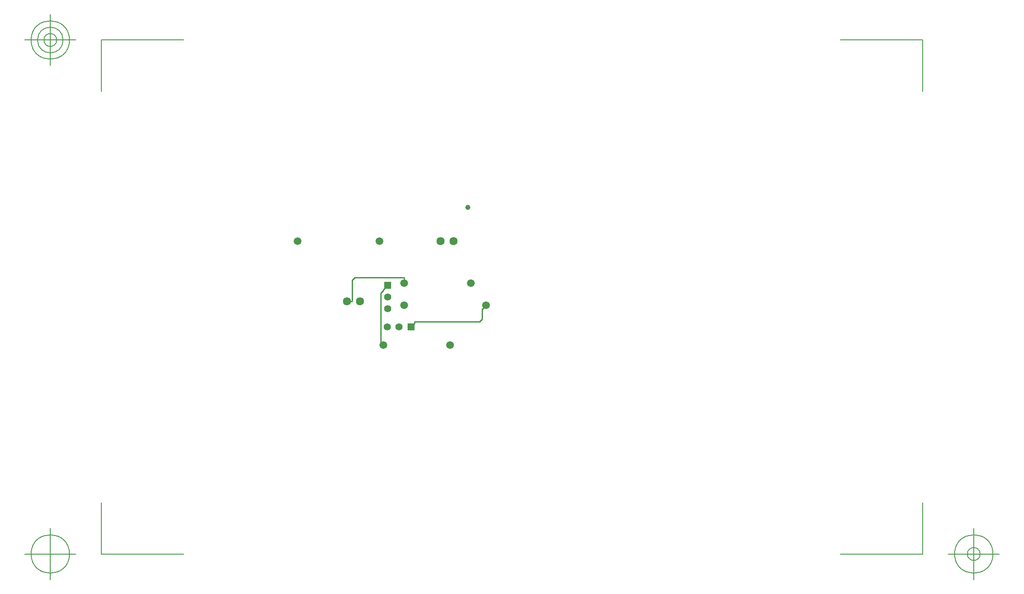
<source format=gbr>
G04 Generated by Ultiboard 14.2 *
%FSLAX33Y33*%
%MOMM*%

%ADD10C,0.001*%
%ADD11C,0.254*%
%ADD12C,0.127*%
%ADD13C,1.609*%
%ADD14C,1.000*%
%ADD15C,1.422*%
%ADD16R,1.422X1.422*%
%ADD17C,1.500*%


G04 ColorRGB 0000FF for the following layer *
%LNCopper Bottom*%
%LPD*%
G54D10*
G54D11*
X58935Y52693D02*
X58928Y52693D01*
X58928Y53848D01*
X49276Y53848D01*
X48768Y53340D01*
X48768Y49276D01*
X48661Y49169D01*
X47757Y49169D01*
X55724Y52300D02*
X54864Y51440D01*
X54864Y51308D01*
X54356Y50800D01*
X54356Y41074D01*
X54869Y40561D01*
X74935Y48369D02*
X74319Y47752D01*
X74168Y47752D01*
X74168Y45720D01*
X73660Y45212D01*
X60960Y45212D01*
X60960Y44870D01*
X60224Y44134D01*
G54D12*
X-254Y-254D02*
X-254Y9797D01*
X-254Y-254D02*
X15797Y-254D01*
X160254Y-254D02*
X144203Y-254D01*
X160254Y-254D02*
X160254Y9797D01*
X160254Y100254D02*
X160254Y90203D01*
X160254Y100254D02*
X144203Y100254D01*
X-254Y100254D02*
X15797Y100254D01*
X-254Y100254D02*
X-254Y90203D01*
X-5254Y-254D02*
X-15254Y-254D01*
X-10254Y-5254D02*
X-10254Y4746D01*
X-14004Y-254D02*
G75*
D01*
G02X-14004Y-254I3750J0*
G01*
X165254Y-254D02*
X175254Y-254D01*
X170254Y-5254D02*
X170254Y4746D01*
X166504Y-254D02*
G75*
D01*
G02X166504Y-254I3750J0*
G01*
X169004Y-254D02*
G75*
D01*
G02X169004Y-254I1250J0*
G01*
X-5254Y100254D02*
X-15254Y100254D01*
X-10254Y95254D02*
X-10254Y105254D01*
X-14004Y100254D02*
G75*
D01*
G02X-14004Y100254I3750J0*
G01*
X-12754Y100254D02*
G75*
D01*
G02X-12754Y100254I2500J0*
G01*
X-11504Y100254D02*
G75*
D01*
G02X-11504Y100254I1250J0*
G01*
G54D13*
X50297Y49169D03*
X47757Y49169D03*
X68580Y60960D03*
X66040Y60960D03*
G54D14*
X71374Y67564D03*
G54D15*
X55724Y50000D03*
X55724Y47700D03*
X57924Y44134D03*
X55624Y44134D03*
G54D16*
X55724Y52300D03*
X60224Y44134D03*
G54D17*
X74935Y48369D03*
X58935Y48369D03*
X71935Y52693D03*
X58935Y52693D03*
X67869Y40561D03*
X54869Y40561D03*
X54100Y60960D03*
X38100Y60960D03*

M02*

</source>
